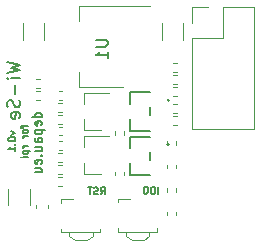
<source format=gbr>
%TF.GenerationSoftware,KiCad,Pcbnew,5.1.9*%
%TF.CreationDate,2021-01-18T13:43:30+01:00*%
%TF.ProjectId,wi-se-rpi,77692d73-652d-4727-9069-2e6b69636164,v0.1*%
%TF.SameCoordinates,Original*%
%TF.FileFunction,Legend,Bot*%
%TF.FilePolarity,Positive*%
%FSLAX46Y46*%
G04 Gerber Fmt 4.6, Leading zero omitted, Abs format (unit mm)*
G04 Created by KiCad (PCBNEW 5.1.9) date 2021-01-18 13:43:30*
%MOMM*%
%LPD*%
G01*
G04 APERTURE LIST*
%ADD10C,0.150000*%
%ADD11C,0.120000*%
%ADD12C,0.152400*%
G04 APERTURE END LIST*
D10*
X76661904Y-6247619D02*
X75861904Y-6247619D01*
X76623809Y-6247619D02*
X76661904Y-6171428D01*
X76661904Y-6019047D01*
X76623809Y-5942857D01*
X76585714Y-5904761D01*
X76509523Y-5866666D01*
X76280952Y-5866666D01*
X76204761Y-5904761D01*
X76166666Y-5942857D01*
X76128571Y-6019047D01*
X76128571Y-6171428D01*
X76166666Y-6247619D01*
X76623809Y-6933333D02*
X76661904Y-6857142D01*
X76661904Y-6704761D01*
X76623809Y-6628571D01*
X76547619Y-6590476D01*
X76242857Y-6590476D01*
X76166666Y-6628571D01*
X76128571Y-6704761D01*
X76128571Y-6857142D01*
X76166666Y-6933333D01*
X76242857Y-6971428D01*
X76319047Y-6971428D01*
X76395238Y-6590476D01*
X76128571Y-7314285D02*
X76928571Y-7314285D01*
X76166666Y-7314285D02*
X76128571Y-7390476D01*
X76128571Y-7542857D01*
X76166666Y-7619047D01*
X76204761Y-7657142D01*
X76280952Y-7695238D01*
X76509523Y-7695238D01*
X76585714Y-7657142D01*
X76623809Y-7619047D01*
X76661904Y-7542857D01*
X76661904Y-7390476D01*
X76623809Y-7314285D01*
X76661904Y-8380952D02*
X76242857Y-8380952D01*
X76166666Y-8342857D01*
X76128571Y-8266666D01*
X76128571Y-8114285D01*
X76166666Y-8038095D01*
X76623809Y-8380952D02*
X76661904Y-8304761D01*
X76661904Y-8114285D01*
X76623809Y-8038095D01*
X76547619Y-8000000D01*
X76471428Y-8000000D01*
X76395238Y-8038095D01*
X76357142Y-8114285D01*
X76357142Y-8304761D01*
X76319047Y-8380952D01*
X76128571Y-9104761D02*
X76661904Y-9104761D01*
X76128571Y-8761904D02*
X76547619Y-8761904D01*
X76623809Y-8800000D01*
X76661904Y-8876190D01*
X76661904Y-8990476D01*
X76623809Y-9066666D01*
X76585714Y-9104761D01*
X76585714Y-9485714D02*
X76623809Y-9523809D01*
X76661904Y-9485714D01*
X76623809Y-9447619D01*
X76585714Y-9485714D01*
X76661904Y-9485714D01*
X76623809Y-10171428D02*
X76661904Y-10095238D01*
X76661904Y-9942857D01*
X76623809Y-9866666D01*
X76547619Y-9828571D01*
X76242857Y-9828571D01*
X76166666Y-9866666D01*
X76128571Y-9942857D01*
X76128571Y-10095238D01*
X76166666Y-10171428D01*
X76242857Y-10209523D01*
X76319047Y-10209523D01*
X76395238Y-9828571D01*
X76128571Y-10895238D02*
X76661904Y-10895238D01*
X76128571Y-10552380D02*
X76547619Y-10552380D01*
X76623809Y-10590476D01*
X76661904Y-10666666D01*
X76661904Y-10780952D01*
X76623809Y-10857142D01*
X76585714Y-10895238D01*
X74046428Y-7442857D02*
X74446428Y-7585714D01*
X74046428Y-7728571D01*
X73846428Y-8071428D02*
X73846428Y-8128571D01*
X73875000Y-8185714D01*
X73903571Y-8214285D01*
X73960714Y-8242857D01*
X74075000Y-8271428D01*
X74217857Y-8271428D01*
X74332142Y-8242857D01*
X74389285Y-8214285D01*
X74417857Y-8185714D01*
X74446428Y-8128571D01*
X74446428Y-8071428D01*
X74417857Y-8014285D01*
X74389285Y-7985714D01*
X74332142Y-7957142D01*
X74217857Y-7928571D01*
X74075000Y-7928571D01*
X73960714Y-7957142D01*
X73903571Y-7985714D01*
X73875000Y-8014285D01*
X73846428Y-8071428D01*
X74389285Y-8528571D02*
X74417857Y-8557142D01*
X74446428Y-8528571D01*
X74417857Y-8500000D01*
X74389285Y-8528571D01*
X74446428Y-8528571D01*
X74446428Y-9128571D02*
X74446428Y-8785714D01*
X74446428Y-8957142D02*
X73846428Y-8957142D01*
X73932142Y-8900000D01*
X73989285Y-8842857D01*
X74017857Y-8785714D01*
X75096428Y-6900000D02*
X75096428Y-7128571D01*
X75496428Y-6985714D02*
X74982142Y-6985714D01*
X74925000Y-7014285D01*
X74896428Y-7071428D01*
X74896428Y-7128571D01*
X75496428Y-7414285D02*
X75467857Y-7357142D01*
X75439285Y-7328571D01*
X75382142Y-7300000D01*
X75210714Y-7300000D01*
X75153571Y-7328571D01*
X75125000Y-7357142D01*
X75096428Y-7414285D01*
X75096428Y-7500000D01*
X75125000Y-7557142D01*
X75153571Y-7585714D01*
X75210714Y-7614285D01*
X75382142Y-7614285D01*
X75439285Y-7585714D01*
X75467857Y-7557142D01*
X75496428Y-7500000D01*
X75496428Y-7414285D01*
X75496428Y-7871428D02*
X75096428Y-7871428D01*
X75210714Y-7871428D02*
X75153571Y-7900000D01*
X75125000Y-7928571D01*
X75096428Y-7985714D01*
X75096428Y-8042857D01*
X75496428Y-8700000D02*
X75096428Y-8700000D01*
X75210714Y-8700000D02*
X75153571Y-8728571D01*
X75125000Y-8757142D01*
X75096428Y-8814285D01*
X75096428Y-8871428D01*
X75096428Y-9071428D02*
X75696428Y-9071428D01*
X75125000Y-9071428D02*
X75096428Y-9128571D01*
X75096428Y-9242857D01*
X75125000Y-9300000D01*
X75153571Y-9328571D01*
X75210714Y-9357142D01*
X75382142Y-9357142D01*
X75439285Y-9328571D01*
X75467857Y-9300000D01*
X75496428Y-9242857D01*
X75496428Y-9128571D01*
X75467857Y-9071428D01*
X75496428Y-9614285D02*
X75096428Y-9614285D01*
X74896428Y-9614285D02*
X74925000Y-9585714D01*
X74953571Y-9614285D01*
X74925000Y-9642857D01*
X74896428Y-9614285D01*
X74953571Y-9614285D01*
X73747619Y-1590476D02*
X74847619Y-1852380D01*
X74061904Y-2061904D01*
X74847619Y-2271428D01*
X73747619Y-2533333D01*
X74847619Y-2952380D02*
X74114285Y-2952380D01*
X73747619Y-2952380D02*
X73800000Y-2900000D01*
X73852380Y-2952380D01*
X73800000Y-3004761D01*
X73747619Y-2952380D01*
X73852380Y-2952380D01*
X74428571Y-3476190D02*
X74428571Y-4314285D01*
X74795238Y-4785714D02*
X74847619Y-4942857D01*
X74847619Y-5204761D01*
X74795238Y-5309523D01*
X74742857Y-5361904D01*
X74638095Y-5414285D01*
X74533333Y-5414285D01*
X74428571Y-5361904D01*
X74376190Y-5309523D01*
X74323809Y-5204761D01*
X74271428Y-4995238D01*
X74219047Y-4890476D01*
X74166666Y-4838095D01*
X74061904Y-4785714D01*
X73957142Y-4785714D01*
X73852380Y-4838095D01*
X73800000Y-4890476D01*
X73747619Y-4995238D01*
X73747619Y-5257142D01*
X73800000Y-5414285D01*
X74795238Y-6304761D02*
X74847619Y-6200000D01*
X74847619Y-5990476D01*
X74795238Y-5885714D01*
X74690476Y-5833333D01*
X74271428Y-5833333D01*
X74166666Y-5885714D01*
X74114285Y-5990476D01*
X74114285Y-6200000D01*
X74166666Y-6304761D01*
X74271428Y-6357142D01*
X74376190Y-6357142D01*
X74480952Y-5833333D01*
X81678571Y-12771428D02*
X81878571Y-12485714D01*
X82021428Y-12771428D02*
X82021428Y-12171428D01*
X81792857Y-12171428D01*
X81735714Y-12200000D01*
X81707142Y-12228571D01*
X81678571Y-12285714D01*
X81678571Y-12371428D01*
X81707142Y-12428571D01*
X81735714Y-12457142D01*
X81792857Y-12485714D01*
X82021428Y-12485714D01*
X81450000Y-12742857D02*
X81364285Y-12771428D01*
X81221428Y-12771428D01*
X81164285Y-12742857D01*
X81135714Y-12714285D01*
X81107142Y-12657142D01*
X81107142Y-12600000D01*
X81135714Y-12542857D01*
X81164285Y-12514285D01*
X81221428Y-12485714D01*
X81335714Y-12457142D01*
X81392857Y-12428571D01*
X81421428Y-12400000D01*
X81450000Y-12342857D01*
X81450000Y-12285714D01*
X81421428Y-12228571D01*
X81392857Y-12200000D01*
X81335714Y-12171428D01*
X81192857Y-12171428D01*
X81107142Y-12200000D01*
X80935714Y-12171428D02*
X80592857Y-12171428D01*
X80764285Y-12771428D02*
X80764285Y-12171428D01*
X86550000Y-12721428D02*
X86550000Y-12121428D01*
X86150000Y-12121428D02*
X86035714Y-12121428D01*
X85978571Y-12150000D01*
X85921428Y-12207142D01*
X85892857Y-12321428D01*
X85892857Y-12521428D01*
X85921428Y-12635714D01*
X85978571Y-12692857D01*
X86035714Y-12721428D01*
X86150000Y-12721428D01*
X86207142Y-12692857D01*
X86264285Y-12635714D01*
X86292857Y-12521428D01*
X86292857Y-12321428D01*
X86264285Y-12207142D01*
X86207142Y-12150000D01*
X86150000Y-12121428D01*
X85521428Y-12121428D02*
X85464285Y-12121428D01*
X85407142Y-12150000D01*
X85378571Y-12178571D01*
X85350000Y-12235714D01*
X85321428Y-12350000D01*
X85321428Y-12492857D01*
X85350000Y-12607142D01*
X85378571Y-12664285D01*
X85407142Y-12692857D01*
X85464285Y-12721428D01*
X85521428Y-12721428D01*
X85578571Y-12692857D01*
X85607142Y-12664285D01*
X85635714Y-12607142D01*
X85664285Y-12492857D01*
X85664285Y-12350000D01*
X85635714Y-12235714D01*
X85607142Y-12178571D01*
X85578571Y-12150000D01*
X85521428Y-12121428D01*
D11*
%TO.C,SW1*%
X78350000Y-13180000D02*
X79350000Y-13180000D01*
X78350000Y-13180000D02*
X78350000Y-13470000D01*
X79500000Y-16670000D02*
X79000000Y-16290000D01*
X79000000Y-16290000D02*
X79000000Y-15970000D01*
X79500000Y-16670000D02*
X80500000Y-16670000D01*
X80500000Y-16670000D02*
X81000000Y-16290000D01*
X81000000Y-16290000D02*
X81000000Y-15970000D01*
X78350000Y-15680000D02*
X78350000Y-15970000D01*
X78350000Y-15970000D02*
X81650000Y-15970000D01*
X81650000Y-15970000D02*
X81650000Y-15680000D01*
%TO.C,SW2*%
X83150000Y-13150000D02*
X84150000Y-13150000D01*
X83150000Y-13150000D02*
X83150000Y-13440000D01*
X84300000Y-16640000D02*
X83800000Y-16260000D01*
X83800000Y-16260000D02*
X83800000Y-15940000D01*
X84300000Y-16640000D02*
X85300000Y-16640000D01*
X85300000Y-16640000D02*
X85800000Y-16260000D01*
X85800000Y-16260000D02*
X85800000Y-15940000D01*
X83150000Y-15650000D02*
X83150000Y-15940000D01*
X83150000Y-15940000D02*
X86450000Y-15940000D01*
X86450000Y-15940000D02*
X86450000Y-15650000D01*
%TO.C,J1*%
X94620000Y3080000D02*
X92020000Y3080000D01*
X94620000Y3080000D02*
X94620000Y-7200000D01*
X94620000Y-7200000D02*
X89420000Y-7200000D01*
X89420000Y480000D02*
X89420000Y-7200000D01*
X92020000Y480000D02*
X89420000Y480000D01*
X92020000Y3080000D02*
X92020000Y480000D01*
X89420000Y3080000D02*
X89420000Y1750000D01*
X90750000Y3080000D02*
X89420000Y3080000D01*
%TO.C,C1*%
X88660000Y313748D02*
X88660000Y1736252D01*
X86840000Y313748D02*
X86840000Y1736252D01*
%TO.C,C2*%
X75090000Y288748D02*
X75090000Y1711252D01*
X76910000Y288748D02*
X76910000Y1711252D01*
%TO.C,C5*%
X75660000Y-13711252D02*
X75660000Y-12288748D01*
X73840000Y-13711252D02*
X73840000Y-12288748D01*
%TO.C,C6*%
X77210000Y-13940580D02*
X77210000Y-13659420D01*
X76190000Y-13940580D02*
X76190000Y-13659420D01*
%TO.C,C7*%
X78357836Y-7040000D02*
X78142164Y-7040000D01*
X78357836Y-7760000D02*
X78142164Y-7760000D01*
%TO.C,C8*%
X78357836Y-9010000D02*
X78142164Y-9010000D01*
X78357836Y-8290000D02*
X78142164Y-8290000D01*
%TO.C,C9*%
X78142164Y-4760000D02*
X78357836Y-4760000D01*
X78142164Y-4040000D02*
X78357836Y-4040000D01*
D12*
%TO.C,Q1*%
X85825500Y-9166739D02*
X85825500Y-9833261D01*
X85825500Y-11125600D02*
X84174500Y-11125600D01*
X84174500Y-11125600D02*
X84174500Y-10116740D01*
X84174500Y-7874400D02*
X85825500Y-7874400D01*
X84174500Y-8883260D02*
X84174500Y-7874400D01*
X87463199Y-8550000D02*
G75*
G03*
X87463199Y-8550000I-76200J0D01*
G01*
%TO.C,Q2*%
X87463199Y-4800000D02*
G75*
G03*
X87463199Y-4800000I-76200J0D01*
G01*
X84174500Y-5133260D02*
X84174500Y-4124400D01*
X84174500Y-4124400D02*
X85825500Y-4124400D01*
X84174500Y-7375600D02*
X84174500Y-6366740D01*
X85825500Y-7375600D02*
X84174500Y-7375600D01*
X85825500Y-5416739D02*
X85825500Y-6083261D01*
D11*
%TO.C,Q3*%
X80240000Y-11030000D02*
X80240000Y-10100000D01*
X80240000Y-7870000D02*
X80240000Y-8800000D01*
X80240000Y-7870000D02*
X82400000Y-7870000D01*
X80240000Y-11030000D02*
X81700000Y-11030000D01*
%TO.C,Q4*%
X80240000Y-7330000D02*
X81700000Y-7330000D01*
X80240000Y-4170000D02*
X82400000Y-4170000D01*
X80240000Y-4170000D02*
X80240000Y-5100000D01*
X80240000Y-7330000D02*
X80240000Y-6400000D01*
%TO.C,R1*%
X88103641Y-1670000D02*
X87796359Y-1670000D01*
X88103641Y-2430000D02*
X87796359Y-2430000D01*
%TO.C,R2*%
X87796359Y-3430000D02*
X88103641Y-3430000D01*
X87796359Y-2670000D02*
X88103641Y-2670000D01*
%TO.C,R3*%
X87320000Y-14246359D02*
X87320000Y-14553641D01*
X88080000Y-14246359D02*
X88080000Y-14553641D01*
%TO.C,R4*%
X87320000Y-12553641D02*
X87320000Y-12246359D01*
X88080000Y-12553641D02*
X88080000Y-12246359D01*
%TO.C,R5*%
X76206359Y-3020000D02*
X76513641Y-3020000D01*
X76206359Y-3780000D02*
X76513641Y-3780000D01*
%TO.C,R6*%
X78096359Y-11030000D02*
X78403641Y-11030000D01*
X78096359Y-10270000D02*
X78403641Y-10270000D01*
%TO.C,R7*%
X76196359Y-4020000D02*
X76503641Y-4020000D01*
X76196359Y-4780000D02*
X76503641Y-4780000D01*
%TO.C,R8*%
X87796359Y-5880000D02*
X88103641Y-5880000D01*
X87796359Y-5120000D02*
X88103641Y-5120000D01*
%TO.C,R9*%
X88103641Y-6120000D02*
X87796359Y-6120000D01*
X88103641Y-6880000D02*
X87796359Y-6880000D01*
%TO.C,R10*%
X78096359Y-11270000D02*
X78403641Y-11270000D01*
X78096359Y-12030000D02*
X78403641Y-12030000D01*
%TO.C,R11*%
X87320000Y-10553641D02*
X87320000Y-10246359D01*
X88080000Y-10553641D02*
X88080000Y-10246359D01*
%TO.C,R12*%
X88080000Y-8553641D02*
X88080000Y-8246359D01*
X87320000Y-8553641D02*
X87320000Y-8246359D01*
%TO.C,R13*%
X78403641Y-5020000D02*
X78096359Y-5020000D01*
X78403641Y-5780000D02*
X78096359Y-5780000D01*
%TO.C,R14*%
X83630000Y-10846359D02*
X83630000Y-11153641D01*
X82870000Y-10846359D02*
X82870000Y-11153641D01*
%TO.C,R15*%
X83680000Y-7446359D02*
X83680000Y-7753641D01*
X82920000Y-7446359D02*
X82920000Y-7753641D01*
%TO.C,R16*%
X78403641Y-10030000D02*
X78096359Y-10030000D01*
X78403641Y-9270000D02*
X78096359Y-9270000D01*
%TO.C,R17*%
X78403641Y-6020000D02*
X78096359Y-6020000D01*
X78403641Y-6780000D02*
X78096359Y-6780000D01*
%TO.C,R18*%
X88103641Y-4430000D02*
X87796359Y-4430000D01*
X88103641Y-3670000D02*
X87796359Y-3670000D01*
%TO.C,U1*%
X79840000Y-3660000D02*
X79840000Y-2400000D01*
X79840000Y3160000D02*
X79840000Y1900000D01*
X83600000Y-3660000D02*
X79840000Y-3660000D01*
X85850000Y3160000D02*
X79840000Y3160000D01*
D10*
X81252380Y311904D02*
X82061904Y311904D01*
X82157142Y264285D01*
X82204761Y216666D01*
X82252380Y121428D01*
X82252380Y-69047D01*
X82204761Y-164285D01*
X82157142Y-211904D01*
X82061904Y-259523D01*
X81252380Y-259523D01*
X82252380Y-1259523D02*
X82252380Y-688095D01*
X82252380Y-973809D02*
X81252380Y-973809D01*
X81395238Y-878571D01*
X81490476Y-783333D01*
X81538095Y-688095D01*
%TD*%
M02*

</source>
